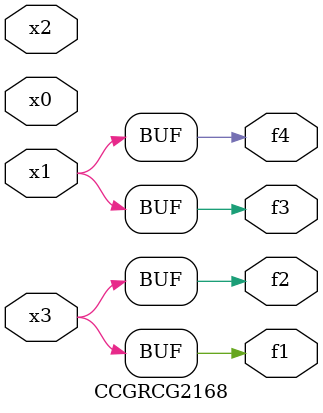
<source format=v>
module CCGRCG2168(
	input x0, x1, x2, x3,
	output f1, f2, f3, f4
);
	assign f1 = x3;
	assign f2 = x3;
	assign f3 = x1;
	assign f4 = x1;
endmodule

</source>
